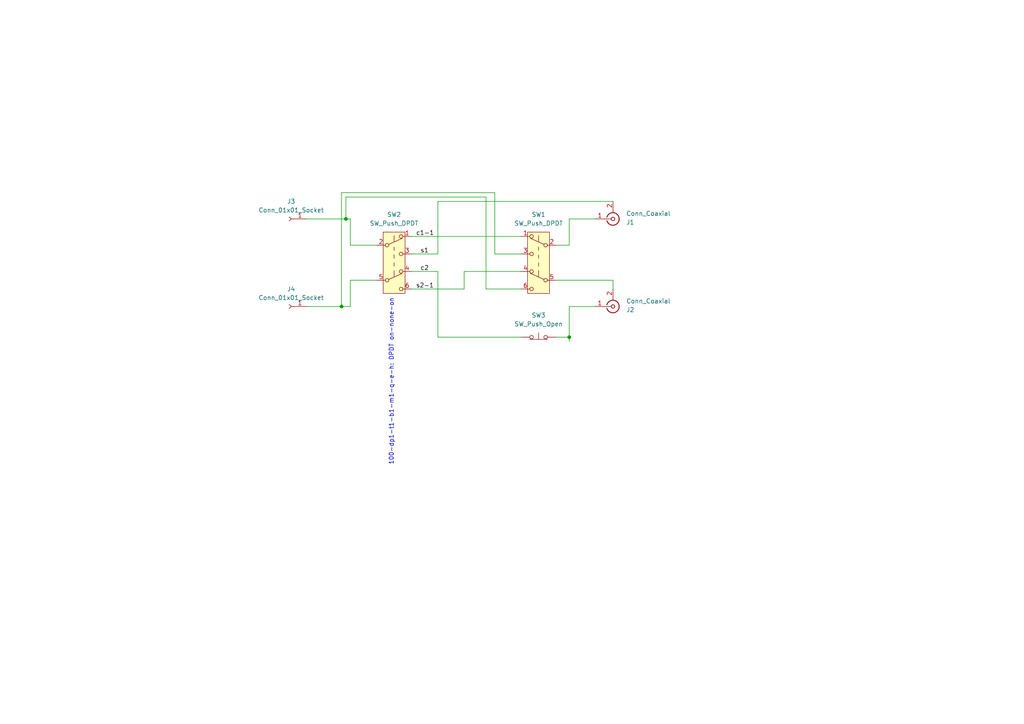
<source format=kicad_sch>
(kicad_sch (version 20250114) (generator "eeschema") (generator_version "9.0")
  (paper "A4")
  (lib_symbols
    (symbol "Connector:Conn_01x01_Socket" (pin_names (offset 1.016) (hide yes))
      (property "Reference" "J" (at 0 2.54 0))
      (property "Value" "Conn_01x01_Socket" (at 0 -2.54 0))
      (symbol "Conn_01x01_Socket_1_1"
        (polyline (pts (xy -1.27 0) (xy -0.508 0)) (stroke (width 0.1524)))
        (arc (start 0 -0.508) (mid -0.5058 0) (end 0 0.508) (stroke (width 0.1524)))
        (pin passive line (at -5.08 0 0) (length 3.81) (name "Pin_1") (number "1"))
      )
    )
    (symbol "Connector:Conn_Coaxial" (pin_names (offset 1.016) (hide yes))
      (property "Reference" "J" (at 0.254 3.048 0))
      (property "Value" "Conn_Coaxial" (at 2.921 0 90))
      (symbol "Conn_Coaxial_0_1"
        (polyline (pts (xy -2.54 0) (xy -0.508 0)))
        (arc (start 1.778 0) (mid 0.222 -1.8079) (end -1.778 -0.508) (stroke (width 0.254)))
        (arc (start -1.778 0.508) (mid 0.2221 1.8084) (end 1.778 0) (stroke (width 0.254)))
        (circle (center 0 0) (radius 0.508) (stroke (width 0.2032)))
        (polyline (pts (xy 0 -2.54) (xy 0 -1.778)))
      )
      (symbol "Conn_Coaxial_1_1"
        (pin passive line (at -5.08 0 0) (length 2.54) (name "In") (number "1"))
        (pin passive line (at 0 -5.08 90) (length 2.54) (name "Ext") (number "2"))
      )
    )
    (symbol "Switch:SW_Push_DPDT" (pin_names (offset 0) (hide yes))
      (property "Reference" "SW" (at 0 10.16 0))
      (property "Value" "SW_Push_DPDT" (at 0 -10.16 0))
      (symbol "SW_Push_DPDT_0_0"
        (circle (center -2.032 5.08) (radius 0.508))
        (circle (center -2.032 -5.08) (radius 0.508))
        (circle (center 2.032 2.54) (radius 0.508))
        (circle (center 2.032 -7.62) (radius 0.508))
      )
      (symbol "SW_Push_DPDT_0_1"
        (polyline (pts (xy -1.524 5.334) (xy 2.3368 7.0612)))
        (polyline (pts (xy -1.524 -4.826) (xy 2.3368 -3.0988)))
        (polyline (pts (xy 0 7.874) (xy 0 6.096)))
        (polyline (pts (xy 0 3.556) (xy 0 4.572)))
        (polyline (pts (xy 0 1.27) (xy 0 2.286)))
        (polyline (pts (xy 0 -1.016) (xy 0 0)))
        (polyline (pts (xy 0 -2.286) (xy 0 -4.064)))
        (circle (center 2.032 7.62) (radius 0.508))
        (circle (center 2.032 -2.54) (radius 0.508))
      )
      (symbol "SW_Push_DPDT_1_1"
        (rectangle (start -3.175 8.89) (end 3.175 -8.89) (fill (type background)))
        (pin passive line (at -5.08 5.08 0) (length 2.54) (name "B") (number "2"))
        (pin passive line (at -5.08 -5.08 0) (length 2.54) (name "B") (number "5"))
        (pin passive line (at 5.08 7.62 180) (length 2.54) (name "A") (number "1"))
        (pin passive line (at 5.08 2.54 180) (length 2.54) (name "C") (number "3"))
        (pin passive line (at 5.08 -2.54 180) (length 2.54) (name "A") (number "4"))
        (pin passive line (at 5.08 -7.62 180) (length 2.54) (name "C") (number "6"))
      )
    )
    (symbol "Switch:SW_Push_Open" (pin_numbers (hide yes)) (pin_names (offset 1.016) (hide yes))
      (property "Reference" "SW" (at 0 2.54 0))
      (property "Value" "SW_Push_Open" (at 0 -1.905 0))
      (symbol "SW_Push_Open_0_1"
        (polyline (pts (xy -2.54 -0.635) (xy 2.54 -0.635)))
        (circle (center -2.032 0) (radius 0.508))
        (polyline (pts (xy 0 -0.635) (xy 0 1.27)))
        (circle (center 2.032 0) (radius 0.508))
        (pin passive line (at -5.08 0 0) (length 2.54) (name "A") (number "1"))
      )
      (symbol "SW_Push_Open_1_1"
        (pin passive line (at 5.08 0 180) (length 2.54) (name "B") (number "2"))
      )
    )
  )
  (text "100-dp1-t1-b1-m1-q-e-h: DPDT on-none-on" (at 113.538 110.744 90) (effects (font (size 1.27 1.27))))
  (junction (at 100.33 63.5))
  (junction (at 165.1 97.79))
  (junction (at 99.06 88.9))
  (wire (pts (xy 165.1 88.9) (xy 165.1 97.79)))
  (wire (pts (xy 165.1 97.79) (xy 165.1 99.06)))
  (wire (pts (xy 151.13 78.74) (xy 134.62 78.74)))
  (wire (pts (xy 101.6 63.5) (xy 101.6 71.12)))
  (wire (pts (xy 172.72 63.5) (xy 165.1 63.5)))
  (wire (pts (xy 99.06 55.88) (xy 99.06 88.9)))
  (wire (pts (xy 100.33 57.15) (xy 100.33 63.5)))
  (wire (pts (xy 101.6 71.12) (xy 109.22 71.12)))
  (wire (pts (xy 119.38 68.58) (xy 151.13 68.58)))
  (wire (pts (xy 127 73.66) (xy 119.38 73.66)))
  (wire (pts (xy 127 58.42) (xy 177.8 58.42)))
  (wire (pts (xy 165.1 97.79) (xy 161.29 97.79)))
  (wire (pts (xy 161.29 81.28) (xy 177.8 81.28)))
  (wire (pts (xy 119.38 78.74) (xy 127 78.74)))
  (wire (pts (xy 165.1 63.5) (xy 165.1 71.12)))
  (wire (pts (xy 127 58.42) (xy 127 73.66)))
  (wire (pts (xy 143.51 55.88) (xy 99.06 55.88)))
  (wire (pts (xy 172.72 88.9) (xy 165.1 88.9)))
  (wire (pts (xy 151.13 73.66) (xy 143.51 73.66)))
  (wire (pts (xy 140.97 57.15) (xy 100.33 57.15)))
  (wire (pts (xy 101.6 81.28) (xy 101.6 88.9)))
  (wire (pts (xy 134.62 83.82) (xy 119.38 83.82)))
  (wire (pts (xy 177.8 83.82) (xy 177.8 81.28)))
  (wire (pts (xy 109.22 81.28) (xy 101.6 81.28)))
  (wire (pts (xy 151.13 83.82) (xy 140.97 83.82)))
  (wire (pts (xy 99.06 88.9) (xy 101.6 88.9)))
  (wire (pts (xy 88.9 63.5) (xy 100.33 63.5)))
  (wire (pts (xy 140.97 83.82) (xy 140.97 57.15)))
  (wire (pts (xy 100.33 63.5) (xy 101.6 63.5)))
  (wire (pts (xy 88.9 88.9) (xy 99.06 88.9)))
  (wire (pts (xy 161.29 71.12) (xy 165.1 71.12)))
  (wire (pts (xy 127 78.74) (xy 127 97.79)))
  (wire (pts (xy 143.51 73.66) (xy 143.51 55.88)))
  (wire (pts (xy 151.13 97.79) (xy 127 97.79)))
  (wire (pts (xy 134.62 78.74) (xy 134.62 83.82)))
  (label "s2-1" (at 120.65 83.82 0))
  (label "s1" (at 121.92 73.66 0))
  (label "c2" (at 121.92 78.74 0))
  (label "c1-1" (at 120.65 68.58 0))
  (symbol (lib_id "Connector:Conn_Coaxial") (at 177.8 88.9 0) (mirror x) (unit 1)
    (property "Reference" "J2" (at 181.61 89.8769 0) (effects (justify left)))
    (property "Value" "Conn_Coaxial" (at 181.61 87.3369 0) (effects (justify left)))
    (property "Description" "coaxial connector (BNC, SMA, SMB, SMC, Cinch/RCA, LEMO, ...)" (effects (hide yes)))
  )
  (symbol (lib_id "Connector:Conn_Coaxial") (at 177.8 63.5 0) (mirror x) (unit 1)
    (property "Reference" "J1" (at 181.61 64.4769 0) (effects (justify left)))
    (property "Value" "Conn_Coaxial" (at 181.61 61.9369 0) (effects (justify left)))
    (property "Description" "coaxial connector (BNC, SMA, SMB, SMC, Cinch/RCA, LEMO, ...)" (effects (hide yes)))
  )
  (symbol (lib_id "Switch:SW_Push_DPDT") (at 114.3 76.2 0) (unit 1)
    (property "Reference" "SW2" (at 114.3 62.23 0))
    (property "Value" "SW_Push_DPDT" (at 114.3 64.77 0))
    (property "Description" "Momentary Switch, dual pole double throw" (effects (hide yes)))
  )
  (symbol (lib_id "Switch:SW_Push_Open") (at 156.21 97.79 0) (unit 1)
    (property "Reference" "SW3" (at 156.21 91.44 0))
    (property "Value" "SW_Push_Open" (at 156.21 93.98 0))
    (property "Description" "Push button switch, push-to-open, generic, two pins" (effects (hide yes)))
  )
  (symbol (lib_id "Connector:Conn_01x01_Socket") (at 83.82 88.9 180) (unit 1)
    (property "Reference" "J4" (at 84.455 83.82 0))
    (property "Value" "Conn_01x01_Socket" (at 84.455 86.36 0))
    (property "Description" "Generic connector, single row, 01x01, script generated" (effects (hide yes)))
  )
  (symbol (lib_id "Switch:SW_Push_DPDT") (at 156.21 76.2 0) (mirror y) (unit 1)
    (property "Reference" "SW1" (at 156.21 62.23 0))
    (property "Value" "SW_Push_DPDT" (at 156.21 64.77 0))
    (property "Description" "Momentary Switch, dual pole double throw" (effects (hide yes)))
  )
  (symbol (lib_id "Connector:Conn_01x01_Socket") (at 83.82 63.5 180) (unit 1)
    (property "Reference" "J3" (at 84.455 58.42 0))
    (property "Value" "Conn_01x01_Socket" (at 84.455 60.96 0))
    (property "Description" "Generic connector, single row, 01x01, script generated" (effects (hide yes)))
  )
)
</source>
